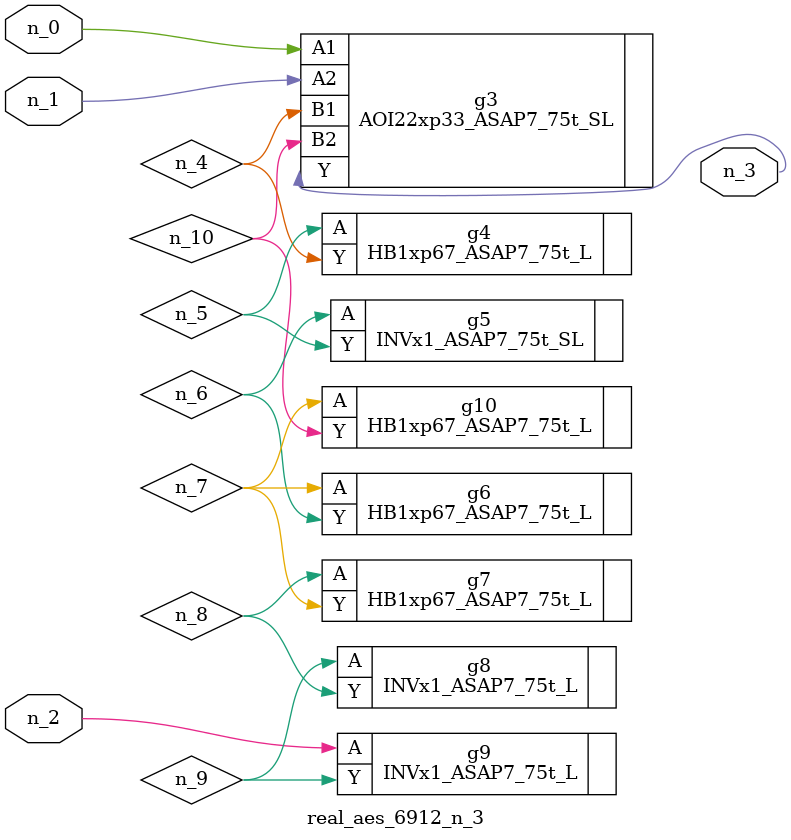
<source format=v>
module real_aes_6912_n_3 (n_0, n_2, n_1, n_3);
input n_0;
input n_2;
input n_1;
output n_3;
wire n_4;
wire n_5;
wire n_7;
wire n_8;
wire n_6;
wire n_9;
wire n_10;
AOI22xp33_ASAP7_75t_SL g3 ( .A1(n_0), .A2(n_1), .B1(n_4), .B2(n_10), .Y(n_3) );
INVx1_ASAP7_75t_L g9 ( .A(n_2), .Y(n_9) );
HB1xp67_ASAP7_75t_L g4 ( .A(n_5), .Y(n_4) );
INVx1_ASAP7_75t_SL g5 ( .A(n_6), .Y(n_5) );
HB1xp67_ASAP7_75t_L g6 ( .A(n_7), .Y(n_6) );
HB1xp67_ASAP7_75t_L g10 ( .A(n_7), .Y(n_10) );
HB1xp67_ASAP7_75t_L g7 ( .A(n_8), .Y(n_7) );
INVx1_ASAP7_75t_L g8 ( .A(n_9), .Y(n_8) );
endmodule
</source>
